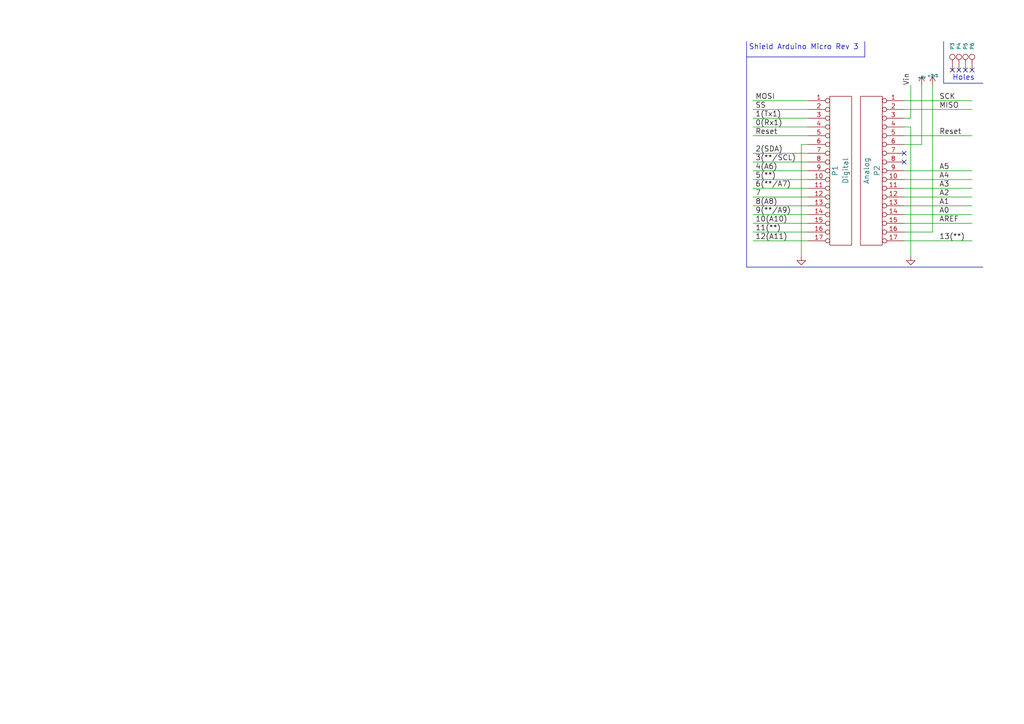
<source format=kicad_sch>
(kicad_sch (version 20230121) (generator eeschema)
  (paper "A4")
  (title_block (date "sam. 04 avril 2015"))
  (lib_symbols
    (symbol "Arduino_Micro-rescue:+3.3V" (power) (pin_names (offset 0))
      (property "Value" "+3.3V" (at 0 3.556 0))
      (symbol "+3.3V_0_1"
        (polyline (pts (xy -0.762 1.27) (xy 0 2.54)))
        (polyline (pts (xy 0 0) (xy 0 2.54)))
        (polyline (pts (xy 0 2.54) (xy 0.762 1.27)))
      )
      (symbol "+3.3V_1_1"
        (pin power_in line (at 0 0 90) (length 0) hide (name "+3V3") (number "1"))
      )
    )
    (symbol "Arduino_Micro-rescue:+5V" (power) (pin_names (offset 0))
      (property "Value" "+5V" (at 0 3.556 0))
      (symbol "+5V_0_1"
        (polyline (pts (xy -0.762 1.27) (xy 0 2.54)))
        (polyline (pts (xy 0 0) (xy 0 2.54)))
        (polyline (pts (xy 0 2.54) (xy 0.762 1.27)))
      )
      (symbol "+5V_1_1"
        (pin power_in line (at 0 0 90) (length 0) hide (name "+5V") (number "1"))
      )
    )
    (symbol "Arduino_Micro-rescue:CONN_1" (pin_numbers hide) (pin_names (offset 0.762) hide)
      (property "Reference" "P" (at 2.032 0 0))
      (symbol "CONN_1_0_1"
        (polyline (pts (xy -0.762 0) (xy -1.27 0)))
        (circle (center 0 0) (radius 0.7874))
      )
      (symbol "CONN_1_1_1"
        (pin passive line (at -3.81 0 0) (length 2.54) (name "1") (number "1"))
      )
    )
    (symbol "Arduino_Micro-rescue:CONN_17" (pin_names (offset 1.016) hide)
      (property "Reference" "P" (at -1.016 0 90))
      (property "Value" "CONN_17" (at 2.032 0 90))
      (symbol "CONN_17_0_1"
        (rectangle (start -2.54 21.59) (end 3.81 -21.59))
      )
      (symbol "CONN_17_1_1"
        (pin passive inverted (at -8.89 20.32 0) (length 6.35) (name "P1") (number "1"))
        (pin passive inverted (at -8.89 -2.54 0) (length 6.35) (name "P10") (number "10"))
        (pin passive inverted (at -8.89 -5.08 0) (length 6.35) (name "P11") (number "11"))
        (pin passive inverted (at -8.89 -7.62 0) (length 6.35) (name "P12") (number "12"))
        (pin passive inverted (at -8.89 -10.16 0) (length 6.35) (name "P13") (number "13"))
        (pin passive inverted (at -8.89 -12.7 0) (length 6.35) (name "P14") (number "14"))
        (pin passive inverted (at -8.89 -15.24 0) (length 6.35) (name "P15") (number "15"))
        (pin passive inverted (at -8.89 -17.78 0) (length 6.35) (name "P16") (number "16"))
        (pin passive inverted (at -8.89 -20.32 0) (length 6.35) (name "P17") (number "17"))
        (pin passive inverted (at -8.89 17.78 0) (length 6.35) (name "P2") (number "2"))
        (pin passive inverted (at -8.89 15.24 0) (length 6.35) (name "P3") (number "3"))
        (pin passive inverted (at -8.89 12.7 0) (length 6.35) (name "P4") (number "4"))
        (pin passive inverted (at -8.89 10.16 0) (length 6.35) (name "P5") (number "5"))
        (pin passive inverted (at -8.89 7.62 0) (length 6.35) (name "P6") (number "6"))
        (pin passive inverted (at -8.89 5.08 0) (length 6.35) (name "P7") (number "7"))
        (pin passive inverted (at -8.89 2.54 0) (length 6.35) (name "P8") (number "8"))
        (pin passive inverted (at -8.89 0 0) (length 6.35) (name "P9") (number "9"))
      )
    )
    (symbol "Arduino_Micro-rescue:GND" (power) (pin_names (offset 0))
      (property "Value" "GND" (at 0 -3.81 0))
      (symbol "GND_0_1"
        (polyline (pts (xy 0 0) (xy 0 -1.27) (xy 1.27 -1.27) (xy 0 -2.54) (xy -1.27 -1.27) (xy 0 -1.27)))
      )
      (symbol "GND_1_1"
        (pin power_in line (at 0 0 270) (length 0) hide (name "GND") (number "1"))
      )
    )
  )
  (no_connect (at 262.255 44.45))
  (no_connect (at 276.225 20.32))
  (no_connect (at 262.255 46.99))
  (no_connect (at 280.035 20.32))
  (no_connect (at 281.94 20.32))
  (no_connect (at 278.13 20.32))
  (polyline (pts (xy 216.535 16.51) (xy 250.825 16.51)))
  (wire (pts (xy 262.255 59.69) (xy 281.94 59.69)))
  (wire (pts (xy 218.44 34.29) (xy 234.315 34.29)))
  (wire (pts (xy 232.41 41.91) (xy 234.315 41.91)))
  (wire (pts (xy 262.255 54.61) (xy 281.94 54.61)))
  (wire (pts (xy 262.255 36.83) (xy 264.16 36.83)))
  (wire (pts (xy 270.51 67.31) (xy 262.255 67.31)))
  (wire (pts (xy 218.44 39.37) (xy 234.315 39.37)))
  (wire (pts (xy 267.335 24.765) (xy 267.335 41.91)))
  (wire (pts (xy 262.255 29.21) (xy 281.94 29.21)))
  (polyline (pts (xy 216.535 77.47) (xy 216.535 12.065)))
  (polyline (pts (xy 250.825 16.51) (xy 250.825 12.065)))
  (wire (pts (xy 218.44 62.23) (xy 234.315 62.23)))
  (wire (pts (xy 218.44 59.69) (xy 234.315 59.69)))
  (wire (pts (xy 267.335 41.91) (xy 262.255 41.91)))
  (wire (pts (xy 218.44 44.45) (xy 234.315 44.45)))
  (wire (pts (xy 218.44 67.31) (xy 234.315 67.31)))
  (wire (pts (xy 262.255 49.53) (xy 281.94 49.53)))
  (wire (pts (xy 264.16 36.83) (xy 264.16 74.295)))
  (wire (pts (xy 262.255 62.23) (xy 281.94 62.23)))
  (wire (pts (xy 232.41 41.91) (xy 232.41 74.295)))
  (wire (pts (xy 218.44 69.85) (xy 234.315 69.85)))
  (wire (pts (xy 218.44 52.07) (xy 234.315 52.07)))
  (polyline (pts (xy 273.685 12.065) (xy 273.685 24.13)))
  (wire (pts (xy 262.255 57.15) (xy 281.94 57.15)))
  (wire (pts (xy 218.44 46.99) (xy 234.315 46.99)))
  (wire (pts (xy 262.255 64.77) (xy 281.94 64.77)))
  (wire (pts (xy 218.44 57.15) (xy 234.315 57.15)))
  (wire (pts (xy 218.44 36.83) (xy 234.315 36.83)))
  (wire (pts (xy 218.44 64.77) (xy 234.315 64.77)))
  (wire (pts (xy 218.44 54.61) (xy 234.315 54.61)))
  (wire (pts (xy 264.16 24.765) (xy 264.16 34.29)))
  (wire (pts (xy 264.16 34.29) (xy 262.255 34.29)))
  (wire (pts (xy 262.255 39.37) (xy 281.94 39.37)))
  (wire (pts (xy 218.44 29.21) (xy 234.315 29.21)))
  (polyline (pts (xy 285.115 77.47) (xy 216.535 77.47)))
  (wire (pts (xy 262.255 52.07) (xy 281.94 52.07)))
  (wire (pts (xy 218.44 31.75) (xy 234.315 31.75)))
  (wire (pts (xy 262.255 31.75) (xy 281.94 31.75)))
  (wire (pts (xy 270.51 24.765) (xy 270.51 67.31)))
  (wire (pts (xy 262.255 69.85) (xy 281.94 69.85)))
  (polyline (pts (xy 273.685 24.13) (xy 285.115 24.13)))
  (wire (pts (xy 218.44 49.53) (xy 234.315 49.53)))
  (text "Shield Arduino Micro Rev 3" (at 217.17 14.605 0) (effects (font (size 1.524 1.524)) (justify left bottom)))
  (text "Holes" (at 276.225 23.495 0) (effects (font (size 1.524 1.524)) (justify left bottom)))
  (label "13(**)" (at 272.415 69.85 0) (effects (font (size 1.524 1.524))))
  (label "4(A6)" (at 219.075 49.53 0) (effects (font (size 1.524 1.524))))
  (label "7" (at 219.075 57.15 0) (effects (font (size 1.524 1.524))))
  (label "SS" (at 219.075 31.75 0) (effects (font (size 1.524 1.524))))
  (label "Reset" (at 219.075 39.37 0) (effects (font (size 1.524 1.524))))
  (label "MISO" (at 272.415 31.75 0) (effects (font (size 1.524 1.524))))
  (label "9(**/A9)" (at 219.075 62.23 0) (effects (font (size 1.524 1.524))))
  (label "8(A8)" (at 219.075 59.69 0) (effects (font (size 1.524 1.524))))
  (label "A4" (at 272.415 52.07 0) (effects (font (size 1.524 1.524))))
  (label "12(A11)" (at 219.075 69.85 0) (effects (font (size 1.524 1.524))))
  (label "2(SDA)" (at 219.075 44.45 0) (effects (font (size 1.524 1.524))))
  (label "SCK" (at 272.415 29.21 0) (effects (font (size 1.524 1.524))))
  (label "A3" (at 272.415 54.61 0) (effects (font (size 1.524 1.524))))
  (label "6(**/A7)" (at 219.075 54.61 0) (effects (font (size 1.524 1.524))))
  (label "3(**/SCL)" (at 219.075 46.99 0) (effects (font (size 1.524 1.524))))
  (label "A1" (at 272.415 59.69 0) (effects (font (size 1.524 1.524))))
  (label "0(Rx1)" (at 219.075 36.83 0) (effects (font (size 1.524 1.524))))
  (label "A5" (at 272.415 49.53 0) (effects (font (size 1.524 1.524))))
  (label "MOSI" (at 219.075 29.21 0) (effects (font (size 1.524 1.524))))
  (label "AREF" (at 272.415 64.77 0) (effects (font (size 1.524 1.524))))
  (label "Vin" (at 264.16 24.765 90) (effects (font (size 1.524 1.524))))
  (label "10(A10)" (at 219.075 64.77 0) (effects (font (size 1.524 1.524))))
  (label "1(Tx1)" (at 219.075 34.29 0) (effects (font (size 1.524 1.524))))
  (label "Reset" (at 272.415 39.37 0) (effects (font (size 1.524 1.524))))
  (label "11(**)" (at 219.075 67.31 0) (effects (font (size 1.524 1.524))))
  (label "5(**)" (at 219.075 52.07 0) (effects (font (size 1.524 1.524))))
  (label "A2" (at 272.415 57.15 0) (effects (font (size 1.524 1.524))))
  (label "A0" (at 272.415 62.23 0) (effects (font (size 1.524 1.524))))
  (symbol (lib_id "Arduino_Micro-rescue:CONN_1") (at 276.225 16.51 90) (unit 1)
    (property "Reference" "P3" (at 276.225 14.478 0) (effects (font (size 1.016 1.016)) (justify left)))
    (property "Value" "CONN_1" (effects hide))
    (property "Footprint" "Socket_Arduino_Micro:1pin_Micro" (effects hide))
  )
  (symbol (lib_id "Arduino_Micro-rescue:CONN_1") (at 278.13 16.51 90) (unit 1)
    (property "Reference" "P4" (at 278.13 14.478 0) (effects (font (size 1.016 1.016)) (justify left)))
    (property "Value" "CONN_1" (effects hide))
    (property "Footprint" "Socket_Arduino_Micro:1pin_Micro" (effects hide))
  )
  (symbol (lib_id "Arduino_Micro-rescue:CONN_1") (at 280.035 16.51 90) (unit 1)
    (property "Reference" "P5" (at 280.035 14.478 0) (effects (font (size 1.016 1.016)) (justify left)))
    (property "Value" "CONN_1" (effects hide))
    (property "Footprint" "Socket_Arduino_Micro:1pin_Micro" (effects hide))
  )
  (symbol (lib_id "Arduino_Micro-rescue:CONN_1") (at 281.94 16.51 90) (unit 1)
    (property "Reference" "P6" (at 281.94 14.478 0) (effects (font (size 1.016 1.016)) (justify left)))
    (property "Value" "CONN_1" (effects hide))
    (property "Footprint" "Socket_Arduino_Micro:1pin_Micro" (effects hide))
  )
  (symbol (lib_id "Arduino_Micro-rescue:CONN_17") (at 243.205 49.53 0) (unit 1)
    (property "Reference" "P1" (at 242.189 49.53 90) (effects (font (size 1.524 1.524))))
    (property "Value" "Digital" (at 245.237 49.53 90) (effects (font (size 1.524 1.524))))
    (property "Footprint" "Socket_Arduino_Micro:Socket_Strip_Arduino_1x17" (effects hide))
  )
  (symbol (lib_id "Arduino_Micro-rescue:CONN_17") (at 253.365 49.53 0) (mirror y) (unit 1)
    (property "Reference" "P2" (at 254.381 49.53 90) (effects (font (size 1.524 1.524))))
    (property "Value" "Analog" (at 251.333 49.53 90) (effects (font (size 1.524 1.524))))
    (property "Footprint" "Socket_Arduino_Micro:Socket_Strip_Arduino_1x17" (effects hide))
  )
  (symbol (lib_id "Arduino_Micro-rescue:GND") (at 232.41 74.295 0) (unit 1)
    (property "Reference" "#PWR01" (effects hide))
    (property "Value" "GND" (effects hide))
  )
  (symbol (lib_id "Arduino_Micro-rescue:GND") (at 264.16 74.295 0) (unit 1)
    (property "Reference" "#PWR02" (effects hide))
    (property "Value" "GND" (effects hide))
  )
  (symbol (lib_id "Arduino_Micro-rescue:+5V") (at 267.335 24.765 0) (unit 1)
    (property "Reference" "#PWR03" (effects hide))
    (property "Value" "+5V" (at 267.335 22.479 0) (effects (font (size 0.762 0.762))))
  )
  (symbol (lib_id "Arduino_Micro-rescue:+3.3V") (at 270.51 24.765 0) (unit 1)
    (property "Reference" "#PWR04" (effects hide))
    (property "Value" "+3.3V" (at 270.51 21.971 0) (effects (font (size 0.762 0.762))))
  )
)
</source>
